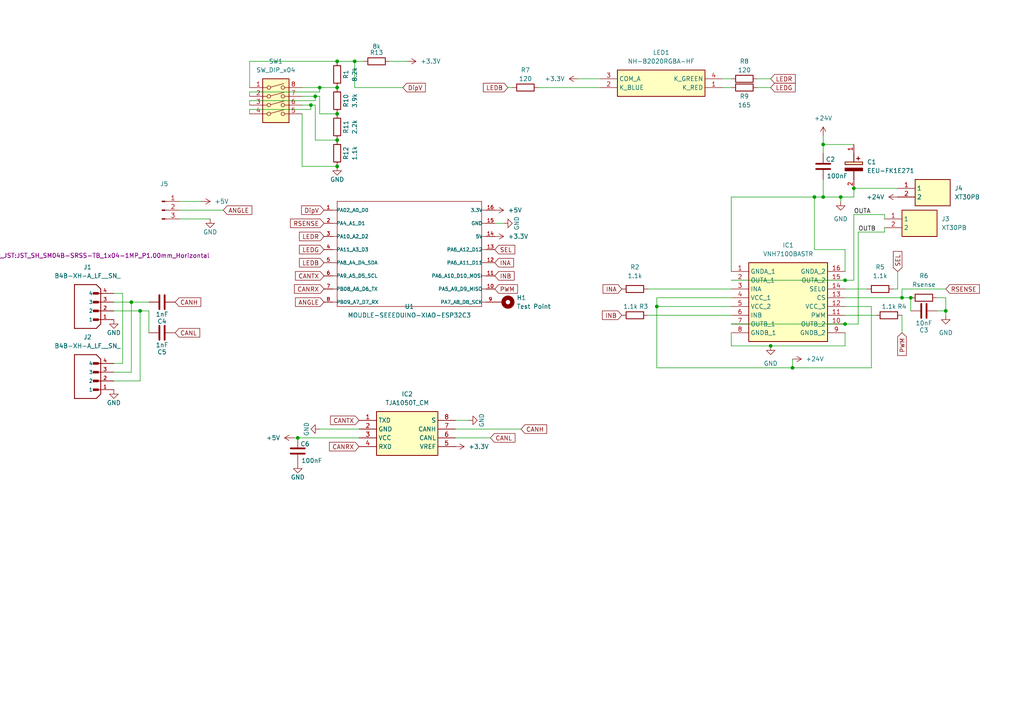
<source format=kicad_sch>
(kicad_sch (version 20231120) (generator "eeschema") (generator_version "8.0")
  (paper "A4")
  (lib_symbols
    (symbol "Connector:Conn_01x03_Pin" (pin_names (offset 1.016) hide)
      (property "Reference" "J" (at 0 5.08 0))
      (property "Value" "Conn_01x03_Pin" (at 0 -5.08 0))
      (symbol "Conn_01x03_Pin_1_1"
        (polyline (pts (xy 1.27 -2.54) (xy 0.8636 -2.54)) (stroke (width 0.1524)))
        (polyline (pts (xy 1.27 0) (xy 0.8636 0)) (stroke (width 0.1524)))
        (polyline (pts (xy 1.27 2.54) (xy 0.8636 2.54)) (stroke (width 0.1524)))
        (rectangle (start 0.8636 -2.413) (end 0 -2.667) (stroke (width 0.1524)) (fill (type outline)))
        (rectangle (start 0.8636 0.127) (end 0 -0.127) (stroke (width 0.1524)) (fill (type outline)))
        (rectangle (start 0.8636 2.667) (end 0 2.413) (stroke (width 0.1524)) (fill (type outline)))
        (pin passive line (at 5.08 2.54 180) (length 3.81) (name "Pin_1") (number "1"))
        (pin passive line (at 5.08 0 180) (length 3.81) (name "Pin_2") (number "2"))
        (pin passive line (at 5.08 -2.54 180) (length 3.81) (name "Pin_3") (number "3"))
      )
    )
    (symbol "Device:C" (pin_numbers hide) (pin_names (offset 0.254))
      (property "Reference" "C" (at 0.635 2.54 0))
      (property "Value" "C" (at 0.635 -2.54 0))
      (symbol "C_0_1"
        (polyline (pts (xy -2.032 -0.762) (xy 2.032 -0.762)) (stroke (width 0.508)))
        (polyline (pts (xy -2.032 0.762) (xy 2.032 0.762)) (stroke (width 0.508)))
      )
      (symbol "C_1_1"
        (pin passive line (at 0 3.81 270) (length 2.794) (name "~") (number "1"))
        (pin passive line (at 0 -3.81 90) (length 2.794) (name "~") (number "2"))
      )
    )
    (symbol "Device:R" (pin_numbers hide) (pin_names (offset 0))
      (property "Reference" "R" (at 2.032 0 90))
      (property "Value" "R" (at 0 0 90))
      (symbol "R_0_1"
        (rectangle (start -1.016 -2.54) (end 1.016 2.54) (stroke (width 0.254)))
      )
      (symbol "R_1_1"
        (pin passive line (at 0 3.81 270) (length 1.27) (name "~") (number "1"))
        (pin passive line (at 0 -3.81 90) (length 1.27) (name "~") (number "2"))
      )
    )
    (symbol "Mechanical:MountingHole_Pad" (pin_numbers hide) (pin_names (offset 1.016) hide) (exclude_from_sim yes) (in_bom no)
      (property "Reference" "H" (at 0 6.35 0))
      (property "Value" "MountingHole_Pad" (at 0 4.445 0))
      (symbol "MountingHole_Pad_0_1"
        (circle (center 0 1.27) (radius 1.27) (stroke (width 1.27)))
      )
      (symbol "MountingHole_Pad_1_1"
        (pin input line (at 0 -2.54 90) (length 2.54) (name "1") (number "1"))
      )
    )
    (symbol "SamacSys_Parts:B4B-XH-A_LF__SN_" (pin_names (offset 1.016))
      (property "Reference" "J" (at -2.54 6.35 0))
      (property "Value" "B4B-XH-A_LF__SN_" (at -2.54 -10.16 0))
      (symbol "B4B-XH-A_LF__SN__0_0"
        (rectangle (start -3.175 -5.3975) (end -1.5875 -4.7625) (stroke (width 0.1)) (fill (type outline)))
        (rectangle (start -3.175 -2.8575) (end -1.5875 -2.2225) (stroke (width 0.1)) (fill (type outline)))
        (rectangle (start -3.175 -0.3175) (end -1.5875 0.3175) (stroke (width 0.1)) (fill (type outline)))
        (rectangle (start -3.175 2.2225) (end -1.5875 2.8575) (stroke (width 0.1)) (fill (type outline)))
        (polyline (pts (xy -3.81 -6.35) (xy -2.54 -7.62)) (stroke (width 0.254)))
        (polyline (pts (xy -3.81 3.81) (xy -3.81 -6.35)) (stroke (width 0.254)))
        (polyline (pts (xy -3.81 3.81) (xy -2.54 5.08)) (stroke (width 0.254)))
        (polyline (pts (xy -2.54 -7.62) (xy 3.81 -7.62)) (stroke (width 0.254)))
        (polyline (pts (xy 3.81 -7.62) (xy 3.81 5.08)) (stroke (width 0.254)))
        (polyline (pts (xy 3.81 5.08) (xy -2.54 5.08)) (stroke (width 0.254)))
        (pin passive line (at -7.62 2.54 0) (length 5.08) (name "1") (number "1"))
        (pin passive line (at -7.62 0 0) (length 5.08) (name "2") (number "2"))
        (pin passive line (at -7.62 -2.54 0) (length 5.08) (name "3") (number "3"))
        (pin passive line (at -7.62 -5.08 0) (length 5.08) (name "4") (number "4"))
      )
    )
    (symbol "SamacSys_Parts:EEU-FK1E271" (pin_names hide)
      (property "Reference" "C" (at 8.89 6.35 0))
      (property "Value" "EEU-FK1E271" (at 8.89 3.81 0))
      (symbol "EEU-FK1E271_1_1"
        (polyline (pts (xy 2.54 0) (xy 5.08 0)) (stroke (width 0.254)))
        (polyline (pts (xy 4.064 1.778) (xy 4.064 0.762)) (stroke (width 0.254)))
        (polyline (pts (xy 4.572 1.27) (xy 3.556 1.27)) (stroke (width 0.254)))
        (polyline (pts (xy 7.62 0) (xy 10.16 0)) (stroke (width 0.254)))
        (polyline (pts (xy 7.62 2.54) (xy 7.62 -2.54) (xy 6.858 -2.54) (xy 6.858 2.54) (xy 7.62 2.54)) (stroke (width 0.254)) (fill (type outline)))
        (rectangle (start 5.08 2.54) (end 5.842 -2.54) (stroke (width 0.254)) (fill (type background)))
        (pin passive line (at 0 0 0) (length 2.54) (name "+") (number "1"))
        (pin passive line (at 12.7 0 180) (length 2.54) (name "-") (number "2"))
      )
    )
    (symbol "SamacSys_Parts:MOUDLE-SEEEDUINO-XIAO-ESP32C3" (pin_names (offset 1.016))
      (property "Reference" "U1" (at -0.635 -16.51 0))
      (property "Value" "MOUDLE-SEEEDUINO-XIAO-ESP32C3" (at -0.635 -19.05 0))
      (symbol "MOUDLE-SEEEDUINO-XIAO-ESP32C3_0_0"
        (polyline (pts (xy -22.86 -15.24) (xy -21.59 -15.24)) (stroke (width 0.1524)))
        (polyline (pts (xy -21.59 -16.51) (xy -21.59 0)) (stroke (width 0.1524)))
        (polyline (pts (xy -21.59 -11.43) (xy -22.86 -11.43)) (stroke (width 0.1524)))
        (polyline (pts (xy -21.59 -7.62) (xy -22.86 -7.62)) (stroke (width 0.1524)))
        (polyline (pts (xy -21.59 -3.81) (xy -22.86 -3.81)) (stroke (width 0.1524)))
        (polyline (pts (xy -21.59 0) (xy -22.86 0)) (stroke (width 0.1524)))
        (polyline (pts (xy -21.59 0) (xy -21.59 3.81)) (stroke (width 0.1524)))
        (polyline (pts (xy -21.59 3.81) (xy -22.86 3.81)) (stroke (width 0.1524)))
        (polyline (pts (xy -21.59 3.81) (xy -21.59 7.62)) (stroke (width 0.1524)))
        (polyline (pts (xy -21.59 7.62) (xy -22.86 7.62)) (stroke (width 0.1524)))
        (polyline (pts (xy -21.59 7.62) (xy -21.59 11.43)) (stroke (width 0.1524)))
        (polyline (pts (xy -21.59 11.43) (xy -22.86 11.43)) (stroke (width 0.1524)))
        (polyline (pts (xy -21.59 11.43) (xy -21.59 13.97)) (stroke (width 0.1524)))
        (polyline (pts (xy -21.59 13.97) (xy 20.32 13.97)) (stroke (width 0.1524)))
        (polyline (pts (xy 20.32 -16.51) (xy -21.59 -16.51)) (stroke (width 0.1524)))
        (polyline (pts (xy 20.32 0) (xy 20.32 -3.81)) (stroke (width 0.1524)))
        (polyline (pts (xy 20.32 3.81) (xy 20.32 -16.51)) (stroke (width 0.1524)))
        (polyline (pts (xy 20.32 3.81) (xy 20.32 0)) (stroke (width 0.1524)))
        (polyline (pts (xy 20.32 13.97) (xy 20.32 3.81)) (stroke (width 0.1524)))
        (polyline (pts (xy 21.59 -15.24) (xy 20.32 -15.24)) (stroke (width 0.1524)))
        (polyline (pts (xy 21.59 -11.43) (xy 20.32 -11.43)) (stroke (width 0.1524)))
        (polyline (pts (xy 21.59 -7.62) (xy 20.32 -7.62)) (stroke (width 0.1524)))
        (polyline (pts (xy 21.59 -3.81) (xy 20.32 -3.81)) (stroke (width 0.1524)))
        (polyline (pts (xy 21.59 0) (xy 20.32 0)) (stroke (width 0.1524)))
        (polyline (pts (xy 21.59 3.81) (xy 20.32 3.81)) (stroke (width 0.1524)))
        (polyline (pts (xy 21.59 7.62) (xy 20.32 7.62)) (stroke (width 0.1524)))
        (polyline (pts (xy 21.59 11.43) (xy 20.32 11.43)) (stroke (width 0.1524)))
        (pin bidirectional line (at -25.4 11.43 0) (length 2.54) (name "PA02_A0_D0") (number "1"))
        (pin bidirectional line (at 24.13 -11.43 180) (length 2.54) (name "PA5_A9_D9_MISO") (number "10"))
        (pin bidirectional line (at 24.13 3.81 180) (length 2.54) (name "5V") (number "14"))
        (pin bidirectional line (at -25.4 7.62 0) (length 2.54) (name "PA4_A1_D1") (number "2"))
        (pin bidirectional line (at -25.4 3.81 0) (length 2.54) (name "PA10_A2_D2") (number "3"))
        (pin bidirectional line (at -25.4 0 0) (length 2.54) (name "PA11_A3_D3") (number "4"))
        (pin bidirectional line (at -25.4 -3.81 0) (length 2.54) (name "PA8_A4_D4_SDA") (number "5"))
        (pin bidirectional line (at -25.4 -7.62 0) (length 2.54) (name "PA9_A5_D5_SCL") (number "6"))
        (pin bidirectional line (at -25.4 -11.43 0) (length 2.54) (name "PB08_A6_D6_TX") (number "7"))
        (pin bidirectional line (at -25.4 -15.24 0) (length 2.54) (name "PB09_A7_D7_RX") (number "8"))
        (pin bidirectional line (at 24.13 -15.24 180) (length 2.54) (name "PA7_A8_D8_SCK") (number "9"))
      )
      (symbol "MOUDLE-SEEEDUINO-XIAO-ESP32C3_1_0"
        (pin bidirectional line (at 24.13 -7.62 180) (length 2.54) (name "PA6_A10_D10_MOSI") (number "11"))
        (pin bidirectional line (at 24.13 -3.81 180) (length 2.54) (name "PA6_A11_D11") (number "12"))
        (pin bidirectional line (at 24.13 0 180) (length 2.54) (name "PA6_A12_D12") (number "13"))
        (pin bidirectional line (at 24.13 7.62 180) (length 2.54) (name "GND") (number "15"))
        (pin bidirectional line (at 24.13 11.43 180) (length 2.54) (name "3.3V") (number "16"))
      )
    )
    (symbol "SamacSys_Parts:NH-B2020RGBA-HF"
      (property "Reference" "LED" (at 31.75 7.62 0))
      (property "Value" "NH-B2020RGBA-HF" (at 31.75 5.08 0))
      (symbol "NH-B2020RGBA-HF_1_1"
        (rectangle (start 5.08 2.54) (end 30.48 -5.08) (stroke (width 0.254)) (fill (type background)))
        (pin passive line (at 35.56 -2.54 180) (length 5.08) (name "K_RED") (number "1"))
        (pin passive line (at 0 -2.54 0) (length 5.08) (name "K_BLUE") (number "2"))
        (pin passive line (at 0 0 0) (length 5.08) (name "COM_A") (number "3"))
        (pin passive line (at 35.56 0 180) (length 5.08) (name "K_GREEN") (number "4"))
      )
    )
    (symbol "SamacSys_Parts:TJA1050T_CM"
      (property "Reference" "IC" (at 24.13 7.62 0))
      (property "Value" "TJA1050T_CM" (at 24.13 5.08 0))
      (symbol "TJA1050T_CM_1_1"
        (rectangle (start 5.08 2.54) (end 22.86 -10.16) (stroke (width 0.254)) (fill (type background)))
        (pin passive line (at 0 0 0) (length 5.08) (name "TXD") (number "1"))
        (pin passive line (at 0 -2.54 0) (length 5.08) (name "GND") (number "2"))
        (pin passive line (at 0 -5.08 0) (length 5.08) (name "VCC") (number "3"))
        (pin passive line (at 0 -7.62 0) (length 5.08) (name "RXD") (number "4"))
        (pin passive line (at 27.94 -7.62 180) (length 5.08) (name "VREF") (number "5"))
        (pin passive line (at 27.94 -5.08 180) (length 5.08) (name "CANL") (number "6"))
        (pin passive line (at 27.94 -2.54 180) (length 5.08) (name "CANH") (number "7"))
        (pin passive line (at 27.94 0 180) (length 5.08) (name "S") (number "8"))
      )
    )
    (symbol "SamacSys_Parts:VNH7100BASTR"
      (property "Reference" "IC" (at 29.21 7.62 0))
      (property "Value" "VNH7100BASTR" (at 29.21 5.08 0))
      (symbol "VNH7100BASTR_1_1"
        (rectangle (start 5.08 2.54) (end 27.94 -20.32) (stroke (width 0.254)) (fill (type background)))
        (pin passive line (at 0 0 0) (length 5.08) (name "GNDA_1") (number "1"))
        (pin passive line (at 33.02 -15.24 180) (length 5.08) (name "OUTB_2") (number "10"))
        (pin passive line (at 33.02 -12.7 180) (length 5.08) (name "PWM") (number "11"))
        (pin passive line (at 33.02 -10.16 180) (length 5.08) (name "VCC_3") (number "12"))
        (pin passive line (at 33.02 -7.62 180) (length 5.08) (name "CS") (number "13"))
        (pin passive line (at 33.02 -5.08 180) (length 5.08) (name "SEL0") (number "14"))
        (pin passive line (at 33.02 -2.54 180) (length 5.08) (name "OUTA_2") (number "15"))
        (pin passive line (at 33.02 0 180) (length 5.08) (name "GNDA_2") (number "16"))
        (pin passive line (at 0 -2.54 0) (length 5.08) (name "OUTA_1") (number "2"))
        (pin passive line (at 0 -5.08 0) (length 5.08) (name "INA") (number "3"))
        (pin passive line (at 0 -7.62 0) (length 5.08) (name "VCC_1") (number "4"))
        (pin passive line (at 0 -10.16 0) (length 5.08) (name "VCC_2") (number "5"))
        (pin passive line (at 0 -12.7 0) (length 5.08) (name "INB") (number "6"))
        (pin passive line (at 0 -15.24 0) (length 5.08) (name "OUTB_1") (number "7"))
        (pin passive line (at 0 -17.78 0) (length 5.08) (name "GNDB_1") (number "8"))
        (pin passive line (at 33.02 -17.78 180) (length 5.08) (name "GNDB_2") (number "9"))
      )
    )
    (symbol "SamacSys_Parts:XT30PB"
      (property "Reference" "J" (at 16.51 7.62 0))
      (property "Value" "XT30PB" (at 16.51 5.08 0))
      (symbol "XT30PB_1_1"
        (rectangle (start 5.08 2.54) (end 15.24 -5.08) (stroke (width 0.254)) (fill (type background)))
        (pin passive line (at 0 0 0) (length 5.08) (name "1") (number "1"))
        (pin passive line (at 0 -2.54 0) (length 5.08) (name "2") (number "2"))
      )
    )
    (symbol "Switch:SW_DIP_x04" (pin_names (offset 0) hide)
      (property "Reference" "SW" (at 0 8.89 0))
      (property "Value" "SW_DIP_x04" (at 0 -6.35 0))
      (symbol "SW_DIP_x04_0_0"
        (circle (center -2.032 -2.54) (radius 0.508))
        (circle (center -2.032 0) (radius 0.508))
        (circle (center -2.032 2.54) (radius 0.508))
        (circle (center -2.032 5.08) (radius 0.508))
        (polyline (pts (xy -1.524 -2.3876) (xy 2.3622 -1.3462)))
        (polyline (pts (xy -1.524 0.127) (xy 2.3622 1.1684)))
        (polyline (pts (xy -1.524 2.667) (xy 2.3622 3.7084)))
        (polyline (pts (xy -1.524 5.207) (xy 2.3622 6.2484)))
        (circle (center 2.032 -2.54) (radius 0.508))
        (circle (center 2.032 0) (radius 0.508))
        (circle (center 2.032 2.54) (radius 0.508))
        (circle (center 2.032 5.08) (radius 0.508))
      )
      (symbol "SW_DIP_x04_0_1"
        (rectangle (start -3.81 7.62) (end 3.81 -5.08) (stroke (width 0.254)) (fill (type background)))
      )
      (symbol "SW_DIP_x04_1_1"
        (pin passive line (at -7.62 5.08 0) (length 5.08) (name "~") (number "1"))
        (pin passive line (at -7.62 2.54 0) (length 5.08) (name "~") (number "2"))
        (pin passive line (at -7.62 0 0) (length 5.08) (name "~") (number "3"))
        (pin passive line (at -7.62 -2.54 0) (length 5.08) (name "~") (number "4"))
        (pin passive line (at 7.62 -2.54 180) (length 5.08) (name "~") (number "5"))
        (pin passive line (at 7.62 0 180) (length 5.08) (name "~") (number "6"))
        (pin passive line (at 7.62 2.54 180) (length 5.08) (name "~") (number "7"))
        (pin passive line (at 7.62 5.08 180) (length 5.08) (name "~") (number "8"))
      )
    )
    (symbol "power:+24V" (power) (pin_names (offset 0))
      (property "Value" "+24V" (at 0 3.556 0))
      (symbol "+24V_0_1"
        (polyline (pts (xy -0.762 1.27) (xy 0 2.54)))
        (polyline (pts (xy 0 0) (xy 0 2.54)))
        (polyline (pts (xy 0 2.54) (xy 0.762 1.27)))
      )
      (symbol "+24V_1_1"
        (pin power_in line (at 0 0 90) (length 0) hide (name "+24V") (number "1"))
      )
    )
    (symbol "power:+3.3V" (power) (pin_numbers hide) (pin_names (offset 0) hide)
      (property "Value" "+3.3V" (at 0 3.556 0))
      (symbol "+3.3V_0_1"
        (polyline (pts (xy -0.762 1.27) (xy 0 2.54)))
        (polyline (pts (xy 0 0) (xy 0 2.54)))
        (polyline (pts (xy 0 2.54) (xy 0.762 1.27)))
      )
      (symbol "+3.3V_1_1"
        (pin power_in line (at 0 0 90) (length 0) (name "~") (number "1"))
      )
    )
    (symbol "power:+5V" (power) (pin_numbers hide) (pin_names (offset 0) hide)
      (property "Value" "+5V" (at 0 3.556 0))
      (symbol "+5V_0_1"
        (polyline (pts (xy -0.762 1.27) (xy 0 2.54)))
        (polyline (pts (xy 0 0) (xy 0 2.54)))
        (polyline (pts (xy 0 2.54) (xy 0.762 1.27)))
      )
      (symbol "+5V_1_1"
        (pin power_in line (at 0 0 90) (length 0) (name "~") (number "1"))
      )
    )
    (symbol "power:GND" (power) (pin_names (offset 0))
      (property "Value" "GND" (at 0 -3.81 0))
      (symbol "GND_0_1"
        (polyline (pts (xy 0 0) (xy 0 -1.27) (xy 1.27 -1.27) (xy 0 -2.54) (xy -1.27 -1.27) (xy 0 -1.27)))
      )
      (symbol "GND_1_1"
        (pin power_in line (at 0 0 270) (length 0) hide (name "GND") (number "1"))
      )
    )
  )
  (junction (at 274.32 90.17))
  (junction (at 238.76 57.15))
  (junction (at 223.52 100.33))
  (junction (at 229.87 106.68))
  (junction (at 97.79 25.4))
  (junction (at 97.79 33.02))
  (junction (at 90.17 30.48))
  (junction (at 245.11 81.28))
  (junction (at 247.65 54.61))
  (junction (at 102.87 17.78))
  (junction (at 236.22 57.15))
  (junction (at 97.79 17.78))
  (junction (at 264.16 86.36))
  (junction (at 86.36 127))
  (junction (at 97.79 48.26))
  (junction (at 38.1 87.63))
  (junction (at 243.84 57.15))
  (junction (at 92.71 25.4))
  (junction (at 91.44 27.94))
  (junction (at 40.64 90.17))
  (junction (at 238.76 41.91))
  (junction (at 261.62 86.36))
  (junction (at 190.5 88.9))
  (junction (at 245.11 93.98))
  (junction (at 97.79 40.64))
  (wire (pts (xy 245.11 88.9) (xy 252.73 88.9)))
  (wire (pts (xy 252.73 88.9) (xy 252.73 106.68)))
  (wire (pts (xy 236.22 72.39) (xy 236.22 57.15)))
  (wire (pts (xy 245.11 91.44) (xy 254 91.44)))
  (wire (pts (xy 38.1 107.95) (xy 38.1 87.63)))
  (wire (pts (xy 261.62 83.82) (xy 261.62 86.36)))
  (wire (pts (xy 247.65 54.61) (xy 247.65 57.15)))
  (wire (pts (xy 274.32 90.17) (xy 274.32 91.44)))
  (wire (pts (xy 229.87 104.14) (xy 229.87 106.68)))
  (wire (pts (xy 91.44 27.94) (xy 92.71 27.94)))
  (wire (pts (xy 260.35 54.61) (xy 247.65 54.61)))
  (wire (pts (xy 72.39 17.78) (xy 97.79 17.78)))
  (wire (pts (xy 43.18 96.52) (xy 43.18 90.17)))
  (wire (pts (xy 64.77 60.96) (xy 52.07 60.96)))
  (wire (pts (xy 261.62 86.36) (xy 264.16 86.36)))
  (wire (pts (xy 190.5 88.9) (xy 190.5 106.68)))
  (wire (pts (xy 35.56 105.41) (xy 33.02 105.41)))
  (wire (pts (xy 238.76 41.91) (xy 247.65 41.91)))
  (wire (pts (xy 113.03 17.78) (xy 118.11 17.78)))
  (wire (pts (xy 91.44 40.64) (xy 97.79 40.64)))
  (wire (pts (xy 260.35 78.74) (xy 260.35 83.82)))
  (wire (pts (xy 190.5 106.68) (xy 229.87 106.68)))
  (wire (pts (xy 40.64 90.17) (xy 33.02 90.17)))
  (wire (pts (xy 72.39 30.48) (xy 72.39 29.21)))
  (wire (pts (xy 187.96 83.82) (xy 212.09 83.82)))
  (wire (pts (xy 260.35 83.82) (xy 259.08 83.82)))
  (wire (pts (xy 92.71 27.94) (xy 92.71 33.02)))
  (wire (pts (xy 209.55 22.86) (xy 212.09 22.86)))
  (wire (pts (xy 245.11 72.39) (xy 236.22 72.39)))
  (wire (pts (xy 60.96 63.5) (xy 52.07 63.5)))
  (wire (pts (xy 102.87 17.78) (xy 105.41 17.78)))
  (wire (pts (xy 102.87 17.78) (xy 102.87 25.4)))
  (wire (pts (xy 72.39 33.02) (xy 72.39 31.75)))
  (wire (pts (xy 72.39 31.75) (xy 90.17 31.75)))
  (wire (pts (xy 190.5 86.36) (xy 190.5 88.9)))
  (wire (pts (xy 167.64 22.86) (xy 173.99 22.86)))
  (wire (pts (xy 261.62 91.44) (xy 261.62 96.52)))
  (wire (pts (xy 238.76 57.15) (xy 243.84 57.15)))
  (wire (pts (xy 248.92 93.98) (xy 248.92 67.31)))
  (wire (pts (xy 90.17 30.48) (xy 91.44 30.48)))
  (wire (pts (xy 236.22 57.15) (xy 238.76 57.15)))
  (wire (pts (xy 274.32 86.36) (xy 274.32 90.17)))
  (wire (pts (xy 247.65 62.23) (xy 256.54 62.23)))
  (wire (pts (xy 72.39 26.67) (xy 92.71 26.67)))
  (wire (pts (xy 147.32 25.4) (xy 148.59 25.4)))
  (wire (pts (xy 271.78 86.36) (xy 274.32 86.36)))
  (wire (pts (xy 87.63 25.4) (xy 92.71 25.4)))
  (wire (pts (xy 256.54 67.31) (xy 256.54 66.04)))
  (wire (pts (xy 212.09 78.74) (xy 212.09 57.15)))
  (wire (pts (xy 212.09 100.33) (xy 223.52 100.33)))
  (wire (pts (xy 187.96 91.44) (xy 212.09 91.44)))
  (wire (pts (xy 97.79 17.78) (xy 102.87 17.78)))
  (wire (pts (xy 212.09 93.98) (xy 245.11 93.98)))
  (wire (pts (xy 156.21 25.4) (xy 173.99 25.4)))
  (wire (pts (xy 271.78 90.17) (xy 274.32 90.17)))
  (wire (pts (xy 151.13 124.46) (xy 132.08 124.46)))
  (wire (pts (xy 256.54 62.23) (xy 256.54 63.5)))
  (wire (pts (xy 87.63 48.26) (xy 97.79 48.26)))
  (wire (pts (xy 87.63 30.48) (xy 90.17 30.48)))
  (wire (pts (xy 264.16 90.17) (xy 264.16 86.36)))
  (wire (pts (xy 92.71 26.67) (xy 92.71 25.4)))
  (wire (pts (xy 92.71 33.02) (xy 97.79 33.02)))
  (wire (pts (xy 245.11 86.36) (xy 261.62 86.36)))
  (wire (pts (xy 92.71 124.46) (xy 104.14 124.46)))
  (wire (pts (xy 33.02 85.09) (xy 35.56 85.09)))
  (wire (pts (xy 92.71 25.4) (xy 97.79 25.4)))
  (wire (pts (xy 247.65 81.28) (xy 247.65 62.23)))
  (wire (pts (xy 90.17 31.75) (xy 90.17 30.48)))
  (wire (pts (xy 142.24 127) (xy 132.08 127)))
  (wire (pts (xy 245.11 78.74) (xy 245.11 72.39)))
  (wire (pts (xy 91.44 29.21) (xy 91.44 27.94)))
  (wire (pts (xy 102.87 25.4) (xy 116.84 25.4)))
  (wire (pts (xy 87.63 33.02) (xy 87.63 48.26)))
  (wire (pts (xy 91.44 30.48) (xy 91.44 40.64)))
  (wire (pts (xy 72.39 27.94) (xy 72.39 26.67)))
  (wire (pts (xy 245.11 93.98) (xy 248.92 93.98)))
  (wire (pts (xy 40.64 110.49) (xy 40.64 90.17)))
  (wire (pts (xy 190.5 88.9) (xy 212.09 88.9)))
  (wire (pts (xy 243.84 57.15) (xy 243.84 58.42)))
  (wire (pts (xy 85.09 127) (xy 86.36 127)))
  (wire (pts (xy 87.63 27.94) (xy 91.44 27.94)))
  (wire (pts (xy 245.11 83.82) (xy 251.46 83.82)))
  (wire (pts (xy 86.36 127) (xy 104.14 127)))
  (wire (pts (xy 274.32 83.82) (xy 261.62 83.82)))
  (wire (pts (xy 223.52 100.33) (xy 245.11 100.33)))
  (wire (pts (xy 238.76 52.07) (xy 238.76 57.15)))
  (wire (pts (xy 238.76 39.37) (xy 238.76 41.91)))
  (wire (pts (xy 247.65 57.15) (xy 243.84 57.15)))
  (wire (pts (xy 35.56 85.09) (xy 35.56 105.41)))
  (wire (pts (xy 219.71 22.86) (xy 223.52 22.86)))
  (wire (pts (xy 52.07 58.42) (xy 58.42 58.42)))
  (wire (pts (xy 132.08 121.92) (xy 135.89 121.92)))
  (wire (pts (xy 212.09 96.52) (xy 212.09 100.33)))
  (wire (pts (xy 229.87 106.68) (xy 252.73 106.68)))
  (wire (pts (xy 146.05 64.77) (xy 143.51 64.77)))
  (wire (pts (xy 72.39 29.21) (xy 91.44 29.21)))
  (wire (pts (xy 212.09 86.36) (xy 190.5 86.36)))
  (wire (pts (xy 43.18 90.17) (xy 40.64 90.17)))
  (wire (pts (xy 72.39 25.4) (xy 72.39 17.78)))
  (wire (pts (xy 245.11 96.52) (xy 245.11 100.33)))
  (wire (pts (xy 219.71 25.4) (xy 223.52 25.4)))
  (wire (pts (xy 238.76 41.91) (xy 238.76 44.45)))
  (wire (pts (xy 209.55 25.4) (xy 212.09 25.4)))
  (wire (pts (xy 212.09 81.28) (xy 245.11 81.28)))
  (wire (pts (xy 245.11 81.28) (xy 247.65 81.28)))
  (wire (pts (xy 33.02 87.63) (xy 38.1 87.63)))
  (wire (pts (xy 248.92 67.31) (xy 256.54 67.31)))
  (wire (pts (xy 212.09 57.15) (xy 236.22 57.15)))
  (wire (pts (xy 38.1 87.63) (xy 43.18 87.63)))
  (wire (pts (xy 33.02 110.49) (xy 40.64 110.49)))
  (wire (pts (xy 33.02 107.95) (xy 38.1 107.95)))
  (label "OUTA" (at 247.65 62.23 0))
  (label "OUTB" (at 248.92 67.31 0))
  (global_label "CANTX" (shape input) (at 104.14 121.92 180) (property "Intersheetrefs" "${INTERSHEET_REFS}" (effects (hide yes))))
  (global_label "CANL" (shape input) (at 50.8 96.52 0) (property "Intersheetrefs" "${INTERSHEET_REFS}" (effects (hide yes))))
  (global_label "LEDB" (shape input) (at 147.32 25.4 180) (property "Intersheetrefs" "${INTERSHEET_REFS}" (effects (hide yes))))
  (global_label "CANRX" (shape input) (at 104.14 129.54 180) (property "Intersheetrefs" "${INTERSHEET_REFS}" (effects (hide yes))))
  (global_label "SEL" (shape input) (at 260.35 78.74 90) (property "Intersheetrefs" "${INTERSHEET_REFS}" (effects (hide yes))))
  (global_label "INA" (shape input) (at 180.34 83.82 180) (property "Intersheetrefs" "${INTERSHEET_REFS}" (effects (hide yes))))
  (global_label "INB" (shape input) (at 180.34 91.44 180) (property "Intersheetrefs" "${INTERSHEET_REFS}" (effects (hide yes))))
  (global_label "DipV" (shape input) (at 116.84 25.4 0) (property "Intersheetrefs" "${INTERSHEET_REFS}" (effects (hide yes))))
  (global_label "CANL" (shape input) (at 142.24 127 0) (property "Intersheetrefs" "${INTERSHEET_REFS}" (effects (hide yes))))
  (global_label "PWM" (shape input) (at 143.51 83.82 0) (property "Intersheetrefs" "${INTERSHEET_REFS}" (effects (hide yes))))
  (global_label "CANRX" (shape input) (at 93.98 83.82 180) (property "Intersheetrefs" "${INTERSHEET_REFS}" (effects (hide yes))))
  (global_label "SEL" (shape input) (at 143.51 72.39 0) (property "Intersheetrefs" "${INTERSHEET_REFS}" (effects (hide yes))))
  (global_label "CANH" (shape input) (at 50.8 87.63 0) (property "Intersheetrefs" "${INTERSHEET_REFS}" (effects (hide yes))))
  (global_label "CANH" (shape input) (at 151.13 124.46 0) (property "Intersheetrefs" "${INTERSHEET_REFS}" (effects (hide yes))))
  (global_label "LEDR" (shape input) (at 223.52 22.86 0) (property "Intersheetrefs" "${INTERSHEET_REFS}" (effects (hide yes))))
  (global_label "PWM" (shape input) (at 261.62 96.52 270) (property "Intersheetrefs" "${INTERSHEET_REFS}" (effects (hide yes))))
  (global_label "RSENSE" (shape input) (at 274.32 83.82 0) (property "Intersheetrefs" "${INTERSHEET_REFS}" (effects (hide yes))))
  (global_label "INB" (shape input) (at 143.51 80.01 0) (property "Intersheetrefs" "${INTERSHEET_REFS}" (effects (hide yes))))
  (global_label "LEDB" (shape input) (at 93.98 76.2 180) (property "Intersheetrefs" "${INTERSHEET_REFS}" (effects (hide yes))))
  (global_label "LEDG" (shape input) (at 93.98 72.39 180) (property "Intersheetrefs" "${INTERSHEET_REFS}" (effects (hide yes))))
  (global_label "LEDG" (shape input) (at 223.52 25.4 0) (property "Intersheetrefs" "${INTERSHEET_REFS}" (effects (hide yes))))
  (global_label "LEDR" (shape input) (at 93.98 68.58 180) (property "Intersheetrefs" "${INTERSHEET_REFS}" (effects (hide yes))))
  (global_label "ANGLE" (shape input) (at 93.98 87.63 180) (property "Intersheetrefs" "${INTERSHEET_REFS}" (effects (hide yes))))
  (global_label "RSENSE" (shape input) (at 93.98 64.77 180) (property "Intersheetrefs" "${INTERSHEET_REFS}" (effects (hide yes))))
  (global_label "DipV" (shape input) (at 93.98 60.96 180) (property "Intersheetrefs" "${INTERSHEET_REFS}" (effects (hide yes))))
  (global_label "ANGLE" (shape input) (at 64.77 60.96 0) (property "Intersheetrefs" "${INTERSHEET_REFS}" (effects (hide yes))))
  (global_label "CANTX" (shape input) (at 93.98 80.01 180) (property "Intersheetrefs" "${INTERSHEET_REFS}" (effects (hide yes))))
  (global_label "INA" (shape input) (at 143.51 76.2 0) (property "Intersheetrefs" "${INTERSHEET_REFS}" (effects (hide yes))))
  (symbol (lib_id "Device:R") (at 215.9 25.4 90) (unit 1)
    (property "Reference" "R9" (at 215.9 27.94 90))
    (property "Value" "165" (at 215.9 30.48 90))
    (property "Footprint" "Resistor_SMD:R_0402_1005Metric" (effects (hide yes)))
  )
  (symbol (lib_id "Device:R") (at 152.4 25.4 90) (unit 1)
    (property "Reference" "R7" (at 152.4 20.32 90))
    (property "Value" "120" (at 152.4 22.86 90))
    (property "Footprint" "Resistor_SMD:R_0402_1005Metric" (effects (hide yes)))
  )
  (symbol (lib_id "Device:R") (at 257.81 91.44 90) (unit 1)
    (property "Reference" "R4" (at 261.62 88.9 90))
    (property "Value" "1.1k" (at 257.81 88.9 90))
    (property "Footprint" "Resistor_SMD:R_0402_1005Metric" (effects (hide yes)))
  )
  (symbol (lib_id "power:GND") (at 243.84 58.42 0) (unit 1)
    (property "Reference" "#PWR011" (effects (hide yes)))
    (property "Value" "GND" (at 243.84 63.5 0))
  )
  (symbol (lib_id "power:+5V") (at 85.09 127 90) (unit 1)
    (property "Reference" "#PWR015" (effects (hide yes)))
    (property "Value" "+5V" (at 81.28 126.9999 90) (effects (justify left)))
    (property "Description" "Power symbol creates a global label with name \"+5V\"" (effects (hide yes)))
  )
  (symbol (lib_id "SamacSys_Parts:VNH7100BASTR") (at 212.09 78.74 0) (unit 1)
    (property "Reference" "IC1" (at 228.6 71.12 0))
    (property "Value" "VNH7100BASTR" (at 228.6 73.66 0))
    (property "Footprint" "SamacSys_Parts:SOIC127P600X175-16N" (effects (hide yes)))
    (property "Datasheet" "https://www.st.com/resource/en/datasheet/dm00314832.pdf" (effects (hide yes)))
    (property "Height" "1.75" (effects (hide yes)))
    (property "Manufacturer_Name" "STMicroelectronics" (effects (hide yes)))
    (property "Manufacturer_Part_Number" "VNH7100BASTR" (effects (hide yes)))
    (property "Mouser Part Number" "511-VNH7100BASTR" (effects (hide yes)))
    (property "Mouser Price/Stock" "https://www.mouser.co.uk/ProductDetail/STMicroelectronics/VNH7100BASTR?qs=5aG0NVq1C4zGSYti1WIHtQ%3D%3D" (effects (hide yes)))
    (property "Arrow Part Number" "VNH7100BASTR" (effects (hide yes)))
    (property "Arrow Price/Stock" "https://www.arrow.com/en/products/vnh7100bastr/stmicroelectronics?region=nac" (effects (hide yes)))
  )
  (symbol (lib_id "Device:C") (at 86.36 130.81 0) (unit 1)
    (property "Reference" "C6" (at 87.122 128.778 0) (effects (justify left)))
    (property "Value" "100nF" (at 87.376 133.604 0) (effects (justify left)))
    (property "Footprint" "Capacitor_SMD:C_0805_2012Metric" (effects (hide yes)))
    (property "Description" "Unpolarized capacitor" (effects (hide yes)))
  )
  (symbol (lib_id "Device:R") (at 97.79 21.59 180) (unit 1)
    (property "Reference" "R1" (at 100.33 21.59 90))
    (property "Value" "8.2k" (at 102.87 21.59 90))
    (property "Footprint" "Resistor_SMD:R_0402_1005Metric" (effects (hide yes)))
  )
  (symbol (lib_id "Device:R") (at 109.22 17.78 270) (unit 1)
    (property "Reference" "R13" (at 109.22 15.24 90))
    (property "Value" "8k" (at 109.22 13.462 90))
    (property "Footprint" "Resistor_SMD:R_0402_1005Metric" (effects (hide yes)))
  )
  (symbol (lib_id "power:+3.3V") (at 167.64 22.86 90) (unit 1)
    (property "Reference" "#PWR01" (effects (hide yes)))
    (property "Value" "+3.3V" (at 163.83 22.8599 90) (effects (justify left)))
    (property "Description" "Power symbol creates a global label with name \"+3.3V\"" (effects (hide yes)))
  )
  (symbol (lib_id "power:GND") (at 135.89 121.92 90) (unit 1)
    (property "Reference" "#PWR019" (effects (hide yes)))
    (property "Value" "GND" (at 139.7 121.92 0))
  )
  (symbol (lib_id "power:+24V") (at 260.35 57.15 90) (unit 1)
    (property "Reference" "#PWR010" (effects (hide yes)))
    (property "Value" "+24V" (at 256.54 57.15 90) (effects (justify left)))
  )
  (symbol (lib_id "power:+24V") (at 238.76 39.37 0) (unit 1)
    (property "Reference" "#PWR021" (effects (hide yes)))
    (property "Value" "+24V" (at 238.76 34.29 0))
  )
  (symbol (lib_id "power:+24V") (at 229.87 104.14 270) (unit 1)
    (property "Reference" "#PWR03" (effects (hide yes)))
    (property "Value" "+24V" (at 233.68 104.14 90) (effects (justify left)))
  )
  (symbol (lib_id "Device:C") (at 267.97 90.17 90) (unit 1)
    (property "Reference" "C3" (at 267.97 95.758 90))
    (property "Value" "10nF" (at 267.97 93.726 90))
    (property "Footprint" "Capacitor_SMD:C_0805_2012Metric" (effects (hide yes)))
    (property "Description" "Unpolarized capacitor" (effects (hide yes)))
  )
  (symbol (lib_id "power:GND") (at 223.52 100.33 0) (unit 1)
    (property "Reference" "#PWR012" (effects (hide yes)))
    (property "Value" "GND" (at 223.52 105.41 0))
  )
  (symbol (lib_id "power:GND") (at 146.05 64.77 90) (unit 1)
    (property "Reference" "#PWR09" (effects (hide yes)))
    (property "Value" "GND" (at 149.86 64.77 0))
  )
  (symbol (lib_id "power:GND") (at 97.79 48.26 0) (unit 1)
    (property "Reference" "#PWR08" (effects (hide yes)))
    (property "Value" "GND" (at 97.79 52.07 0))
  )
  (symbol (lib_id "power:+3.3V") (at 143.51 68.58 270) (unit 1)
    (property "Reference" "#PWR04" (effects (hide yes)))
    (property "Value" "+3.3V" (at 147.32 68.5799 90) (effects (justify left)))
    (property "Description" "Power symbol creates a global label with name \"+3.3V\"" (effects (hide yes)))
  )
  (symbol (lib_id "power:GND") (at 33.02 113.03 0) (unit 1)
    (property "Reference" "#PWR017" (effects (hide yes)))
    (property "Value" "GND" (at 33.02 116.84 0))
  )
  (symbol (lib_id "Switch:SW_DIP_x04") (at 80.01 30.48 0) (unit 1)
    (property "Reference" "SW1" (at 80.01 17.78 0))
    (property "Value" "SW_DIP_x04" (at 80.01 20.32 0))
    (property "Footprint" "Button_Switch_SMD:SW_DIP_SPSTx04_Slide_KingTek_DSHP04TJ_W5.25mm_P1.27mm_JPin" (effects (hide yes)))
    (property "Description" "4x DIP Switch, Single Pole Single Throw (SPST) switch, small symbol" (effects (hide yes)))
  )
  (symbol (lib_id "Device:R") (at 97.79 29.21 180) (unit 1)
    (property "Reference" "R10" (at 100.33 29.21 90))
    (property "Value" "3.9k" (at 102.87 29.21 90))
    (property "Footprint" "Resistor_SMD:R_0402_1005Metric" (effects (hide yes)))
  )
  (symbol (lib_id "Device:C") (at 46.99 87.63 90) (unit 1)
    (property "Reference" "C4" (at 46.99 93.218 90))
    (property "Value" "1nF" (at 46.99 91.186 90))
    (property "Footprint" "Capacitor_SMD:C_0805_2012Metric" (effects (hide yes)))
    (property "Description" "Unpolarized capacitor" (effects (hide yes)))
  )
  (symbol (lib_id "power:GND") (at 33.02 92.71 0) (unit 1)
    (property "Reference" "#PWR016" (effects (hide yes)))
    (property "Value" "GND" (at 33.02 96.52 0))
  )
  (symbol (lib_id "SamacSys_Parts:XT30PB") (at 260.35 54.61 0) (unit 1)
    (property "Reference" "J4" (at 276.86 54.6099 0) (effects (justify left)))
    (property "Value" "XT30PB" (at 276.86 57.1499 0) (effects (justify left)))
    (property "Footprint" "Connector_AMASS:AMASS_XT30PW-M_1x02_P2.50mm_Horizontal" (effects (hide yes)))
    (property "Datasheet" "https://www.tme.eu/Document/4acc913878197f8c2e30d4b8cdc47230/XT30UPB%20SPEC.pdf" (effects (hide yes)))
    (property "Description" "Mini XT60 XT30 Connector for RC Multirotor Racing Drone Quadcopter" (effects (hide yes)))
    (property "Height" "10.7" (effects (hide yes)))
    (property "Manufacturer_Name" "Amass" (effects (hide yes)))
    (property "Manufacturer_Part_Number" "XT30PB" (effects (hide yes)))
  )
  (symbol (lib_id "SamacSys_Parts:B4B-XH-A_LF__SN_") (at 25.4 110.49 180) (unit 1)
    (property "Reference" "J2" (at 25.4 97.79 0))
    (property "Value" "B4B-XH-A_LF__SN_" (at 25.4 100.33 0))
    (property "Footprint" "Connector_JST:JST_SH_SM04B-SRSS-TB_1x04-1MP_P1.00mm_Horizontal" (effects (hide yes)))
    (property "Description" "JST 4 Pin" (effects (hide yes)))
  )
  (symbol (lib_id "Device:R") (at 97.79 36.83 180) (unit 1)
    (property "Reference" "R11" (at 100.33 36.83 90))
    (property "Value" "2.2k" (at 102.87 36.83 90))
    (property "Footprint" "Resistor_SMD:R_0402_1005Metric" (effects (hide yes)))
  )
  (symbol (lib_id "SamacSys_Parts:B4B-XH-A_LF__SN_") (at 25.4 90.17 180) (unit 1)
    (property "Reference" "J1" (at 25.4 77.47 0))
    (property "Value" "B4B-XH-A_LF__SN_" (at 25.4 80.01 0))
    (property "Footprint" "Connector_JST:JST_SH_SM04B-SRSS-TB_1x04-1MP_P1.00mm_Horizontal" (at 25.654 73.406 0) (effects (justify bottom)))
    (property "Description" "JST 4 Pin" (effects (hide yes)))
  )
  (symbol (lib_id "Device:R") (at 215.9 22.86 90) (unit 1)
    (property "Reference" "R8" (at 215.9 17.78 90))
    (property "Value" "120" (at 215.9 20.32 90))
    (property "Footprint" "Resistor_SMD:R_0402_1005Metric" (effects (hide yes)))
  )
  (symbol (lib_id "power:GND") (at 86.36 134.62 0) (unit 1)
    (property "Reference" "#PWR018" (effects (hide yes)))
    (property "Value" "GND" (at 86.36 138.43 0))
  )
  (symbol (lib_id "SamacSys_Parts:EEU-FK1E271") (at 247.65 41.91 270) (unit 1)
    (property "Reference" "C1" (at 251.46 46.9899 90) (effects (justify left)))
    (property "Value" "EEU-FK1E271" (at 251.46 49.5299 90) (effects (justify left)))
    (property "Footprint" "SamacSys_Parts:CAPPRD350W65D800H1300" (effects (hide yes)))
    (property "Datasheet" "http://industrial.panasonic.com/cdbs/www-data/pdf/RDF0000/ABA0000C1015.pdf" (effects (hide yes)))
    (property "Description" "Aluminium Electrolytic Capacitor, Radial Lead, 105?C 3000h - 5000h" (effects (hide yes)))
    (property "Height" "13" (effects (hide yes)))
    (property "Manufacturer_Name" "Panasonic" (effects (hide yes)))
    (property "Manufacturer_Part_Number" "EEU-FK1E271" (effects (hide yes)))
    (property "Mouser Part Number" "667-EEU-FK1E271" (effects (hide yes)))
    (property "Mouser Price/Stock" "https://www.mouser.co.uk/ProductDetail/Panasonic/EEU-FK1E271?qs=MNPzkKEzRtQAUyGQV%252BGZQQ%3D%3D" (effects (hide yes)))
    (property "Arrow Part Number" "EEU-FK1E271" (effects (hide yes)))
    (property "Arrow Price/Stock" "https://www.arrow.com/en/products/eeufk1e271/panasonic?region=nac" (effects (hide yes)))
  )
  (symbol (lib_id "Connector:Conn_01x03_Pin") (at 46.99 60.96 0) (unit 1)
    (property "Reference" "J5" (at 47.625 53.34 0))
    (property "Value" "Conn_01x03_Pin" (effects (hide yes)))
    (property "Footprint" "Connector_JST:JST_SH_SM03B-SRSS-TB_1x03-1MP_P1.00mm_Horizontal" (effects (hide yes)))
    (property "Description" "Generic connector, single row, 01x03, script generated" (effects (hide yes)))
  )
  (symbol (lib_id "power:GND") (at 92.71 124.46 270) (unit 1)
    (property "Reference" "#PWR020" (effects (hide yes)))
    (property "Value" "GND" (at 88.9 124.46 0))
  )
  (symbol (lib_id "SamacSys_Parts:MOUDLE-SEEEDUINO-XIAO-ESP32C3") (at 119.38 72.39 0) (unit 1)
    (property "Reference" "U1" (at 118.745 88.9 0))
    (property "Value" "MOUDLE-SEEEDUINO-XIAO-ESP32C3" (at 118.745 91.44 0))
    (property "Footprint" "Arduino:MOUDLE14P-SMD-2.54-21X17.8MM" (effects (hide yes)))
  )
  (symbol (lib_id "Device:R") (at 184.15 91.44 90) (unit 1)
    (property "Reference" "R3" (at 186.69 88.9 90))
    (property "Value" "1.1k" (at 182.88 88.9 90))
    (property "Footprint" "Resistor_SMD:R_0402_1005Metric" (effects (hide yes)))
  )
  (symbol (lib_id "Device:R") (at 97.79 44.45 180) (unit 1)
    (property "Reference" "R12" (at 100.33 44.45 90))
    (property "Value" "1.1k" (at 102.87 44.45 90))
    (property "Footprint" "Resistor_SMD:R_0402_1005Metric" (effects (hide yes)))
  )
  (symbol (lib_id "Device:R") (at 255.27 83.82 90) (unit 1)
    (property "Reference" "R5" (at 255.27 77.47 90))
    (property "Value" "1.1k" (at 255.27 80.01 90))
    (property "Footprint" "Resistor_SMD:R_0402_1005Metric" (effects (hide yes)))
  )
  (symbol (lib_id "Device:R") (at 184.15 83.82 90) (unit 1)
    (property "Reference" "R2" (at 184.15 77.47 90))
    (property "Value" "1.1k" (at 184.15 80.01 90))
    (property "Footprint" "Resistor_SMD:R_0402_1005Metric" (effects (hide yes)))
  )
  (symbol (lib_id "Mechanical:MountingHole_Pad") (at 146.05 87.63 270) (unit 1) (exclude_from_sim yes) (in_bom no)
    (property "Reference" "H1" (at 149.86 86.3599 90) (effects (justify left)))
    (property "Value" "Test Point" (at 149.86 88.8999 90) (effects (justify left)))
    (property "Footprint" "TestPoint:TestPoint_Keystone_5015_Micro-Minature" (effects (hide yes)))
    (property "Description" "Mounting Hole with connection" (effects (hide yes)))
  )
  (symbol (lib_id "power:GND") (at 274.32 91.44 0) (unit 1)
    (property "Reference" "#PWR014" (effects (hide yes)))
    (property "Value" "GND" (at 274.32 96.52 0))
  )
  (symbol (lib_id "power:GND") (at 60.96 63.5 0) (unit 1)
    (property "Reference" "#PWR05" (effects (hide yes)))
    (property "Value" "GND" (at 60.96 67.31 0))
  )
  (symbol (lib_id "power:+3.3V") (at 132.08 129.54 270) (unit 1)
    (property "Reference" "#PWR013" (effects (hide yes)))
    (property "Value" "+3.3V" (at 135.89 129.5399 90) (effects (justify left)))
    (property "Description" "Power symbol creates a global label with name \"+3.3V\"" (effects (hide yes)))
  )
  (symbol (lib_id "power:+3.3V") (at 118.11 17.78 270) (unit 1)
    (property "Reference" "#PWR06" (effects (hide yes)))
    (property "Value" "+3.3V" (at 121.92 17.7799 90) (effects (justify left)))
    (property "Description" "Power symbol creates a global label with name \"+3.3V\"" (effects (hide yes)))
  )
  (symbol (lib_id "SamacSys_Parts:TJA1050T_CM") (at 104.14 121.92 0) (unit 1)
    (property "Reference" "IC2" (at 118.11 114.3 0))
    (property "Value" "TJA1050T_CM" (at 118.11 116.84 0))
    (property "Footprint" "SOIC127P600X175-8N" (effects (hide yes)))
    (property "Datasheet" "https://www.tme.eu/Document/977d0fd8449c416da25cef30c4f64641/TJA1050.pdf" (effects (hide yes)))
    (property "Description" "IC: interface; transceiver; 1Mbps; 4.755.25VDC; SO8; No.of rec: 1" (effects (hide yes)))
    (property "Height" "1.75" (effects (hide yes)))
    (property "Manufacturer_Name" "NXP" (effects (hide yes)))
    (property "Manufacturer_Part_Number" "TJA1050T/CM" (effects (hide yes)))
    (property "Mouser Part Number" "N/A" (effects (hide yes)))
    (property "Mouser Price/Stock" "https://www.mouser.co.uk/ProductDetail/NXP-Semiconductors/TJA1050T-CM?qs=fAHHVMwC%252BbibiWs27gP5ng%3D%3D" (effects (hide yes)))
  )
  (symbol (lib_id "Device:C") (at 46.99 96.52 90) (unit 1)
    (property "Reference" "C5" (at 46.99 102.108 90))
    (property "Value" "1nF" (at 46.99 100.076 90))
    (property "Footprint" "Capacitor_SMD:C_0805_2012Metric" (effects (hide yes)))
    (property "Description" "Unpolarized capacitor" (effects (hide yes)))
  )
  (symbol (lib_id "SamacSys_Parts:NH-B2020RGBA-HF") (at 173.99 22.86 0) (unit 1)
    (property "Reference" "LED1" (at 191.77 15.24 0))
    (property "Value" "NH-B2020RGBA-HF" (at 191.77 17.78 0))
    (property "Datasheet" "https://datasheet.lcsc.com/lcsc/2108150330_Foshan-NationStar-Optoelectronics-NH-B2020RGBA-HF_C2874116.pdf" (effects (hide yes)))
    (property "Height" "1.1" (effects (hide yes)))
    (property "Manufacturer_Name" "FOSHAN NATIONSTAR RGB DIVISION" (effects (hide yes)))
    (property "Manufacturer_Part_Number" "NH-B2020RGBA-HF" (effects (hide yes)))
  )
  (symbol (lib_id "Device:C") (at 238.76 48.26 0) (unit 1)
    (property "Reference" "C2" (at 239.522 46.228 0) (effects (justify left)))
    (property "Value" "100nF" (at 239.776 51.054 0) (effects (justify left)))
    (property "Footprint" "Capacitor_SMD:C_0805_2012Metric" (effects (hide yes)))
    (property "Description" "Unpolarized capacitor" (effects (hide yes)))
  )
  (symbol (lib_id "power:+5V") (at 143.51 60.96 270) (unit 1)
    (property "Reference" "#PWR07" (effects (hide yes)))
    (property "Value" "+5V" (at 147.32 60.9599 90) (effects (justify left)))
    (property "Description" "Power symbol creates a global label with name \"+5V\"" (effects (hide yes)))
  )
  (symbol (lib_id "SamacSys_Parts:XT30PB") (at 256.54 63.5 0) (unit 1)
    (property "Reference" "J3" (at 273.05 63.4999 0) (effects (justify left)))
    (property "Value" "XT30PB" (at 273.05 66.0399 0) (effects (justify left)))
    (property "Footprint" "Connector_AMASS:AMASS_XT30PW-M_1x02_P2.50mm_Horizontal" (effects (hide yes)))
    (property "Datasheet" "https://www.tme.eu/Document/4acc913878197f8c2e30d4b8cdc47230/XT30UPB%20SPEC.pdf" (effects (hide yes)))
    (property "Description" "Mini XT60 XT30 Connector for RC Multirotor Racing Drone Quadcopter" (effects (hide yes)))
    (property "Height" "10.7" (effects (hide yes)))
    (property "Manufacturer_Name" "Amass" (effects (hide yes)))
    (property "Manufacturer_Part_Number" "XT30PB" (effects (hide yes)))
  )
  (symbol (lib_id "Device:R") (at 267.97 86.36 90) (unit 1)
    (property "Reference" "R6" (at 267.97 80.01 90))
    (property "Value" "Rsense" (at 267.97 82.55 90))
    (property "Footprint" "Resistor_THT:R_Axial_DIN0204_L3.6mm_D1.6mm_P5.08mm_Horizontal" (effects (hide yes)))
  )
  (symbol (lib_id "power:+5V") (at 58.42 58.42 270) (unit 1)
    (property "Reference" "#PWR02" (effects (hide yes)))
    (property "Value" "+5V" (at 62.23 58.4199 90) (effects (justify left)))
    (property "Description" "Power symbol creates a global label with name \"+5V\"" (effects (hide yes)))
  )
)
</source>
